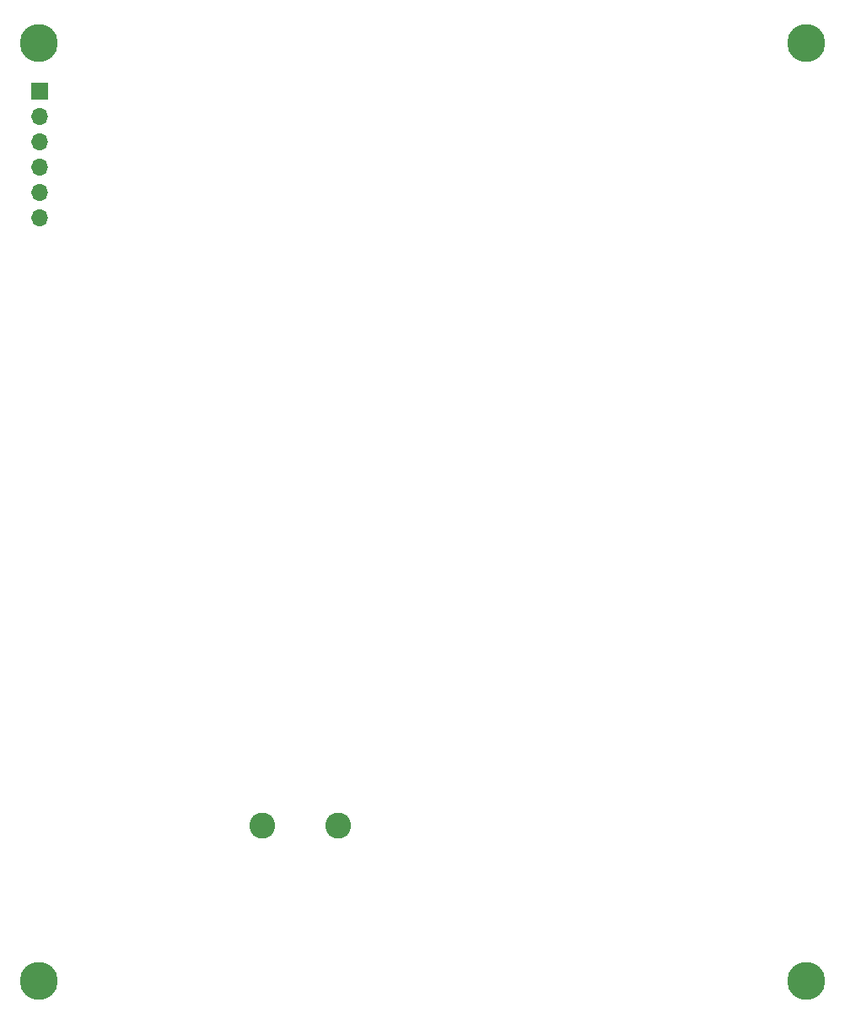
<source format=gts>
%TF.GenerationSoftware,KiCad,Pcbnew,(6.0.5)*%
%TF.CreationDate,2023-01-23T17:02:21-08:00*%
%TF.ProjectId,Coil_Panels_XY,436f696c-5f50-4616-9e65-6c735f58592e,rev?*%
%TF.SameCoordinates,Original*%
%TF.FileFunction,Soldermask,Top*%
%TF.FilePolarity,Negative*%
%FSLAX46Y46*%
G04 Gerber Fmt 4.6, Leading zero omitted, Abs format (unit mm)*
G04 Created by KiCad (PCBNEW (6.0.5)) date 2023-01-23 17:02:21*
%MOMM*%
%LPD*%
G01*
G04 APERTURE LIST*
%ADD10R,1.700000X1.700000*%
%ADD11O,1.700000X1.700000*%
%ADD12C,3.800000*%
%ADD13C,2.600000*%
G04 APERTURE END LIST*
D10*
X115140000Y-50284000D03*
D11*
X115140000Y-52824000D03*
X115140000Y-55364000D03*
X115140000Y-57904000D03*
X115140000Y-60444000D03*
X115140000Y-62984000D03*
D12*
X115046000Y-45497997D03*
D13*
X115046000Y-45497997D03*
D12*
X192046000Y-139497997D03*
D13*
X192046000Y-139497997D03*
X115046000Y-139497997D03*
D12*
X115046000Y-139497997D03*
D13*
X137492000Y-123944000D03*
X145112000Y-123944000D03*
D12*
X192046000Y-45497997D03*
D13*
X192046000Y-45497997D03*
M02*

</source>
